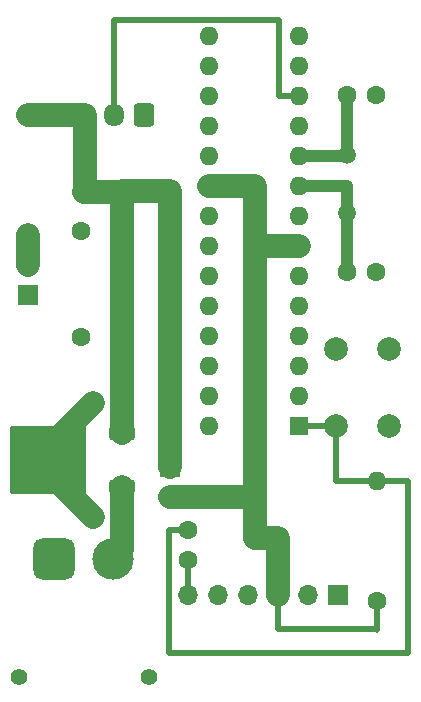
<source format=gbr>
%TF.GenerationSoftware,KiCad,Pcbnew,8.0.9-8.0.9-0~ubuntu24.04.1*%
%TF.CreationDate,2025-04-23T22:26:12+09:00*%
%TF.ProjectId,LedController,4c656443-6f6e-4747-926f-6c6c65722e6b,rev?*%
%TF.SameCoordinates,Original*%
%TF.FileFunction,Copper,L1,Top*%
%TF.FilePolarity,Positive*%
%FSLAX46Y46*%
G04 Gerber Fmt 4.6, Leading zero omitted, Abs format (unit mm)*
G04 Created by KiCad (PCBNEW 8.0.9-8.0.9-0~ubuntu24.04.1) date 2025-04-23 22:26:12*
%MOMM*%
%LPD*%
G01*
G04 APERTURE LIST*
G04 Aperture macros list*
%AMRoundRect*
0 Rectangle with rounded corners*
0 $1 Rounding radius*
0 $2 $3 $4 $5 $6 $7 $8 $9 X,Y pos of 4 corners*
0 Add a 4 corners polygon primitive as box body*
4,1,4,$2,$3,$4,$5,$6,$7,$8,$9,$2,$3,0*
0 Add four circle primitives for the rounded corners*
1,1,$1+$1,$2,$3*
1,1,$1+$1,$4,$5*
1,1,$1+$1,$6,$7*
1,1,$1+$1,$8,$9*
0 Add four rect primitives between the rounded corners*
20,1,$1+$1,$2,$3,$4,$5,0*
20,1,$1+$1,$4,$5,$6,$7,0*
20,1,$1+$1,$6,$7,$8,$9,0*
20,1,$1+$1,$8,$9,$2,$3,0*%
G04 Aperture macros list end*
%TA.AperFunction,ComponentPad*%
%ADD10C,1.500000*%
%TD*%
%TA.AperFunction,ComponentPad*%
%ADD11C,2.000000*%
%TD*%
%TA.AperFunction,ComponentPad*%
%ADD12C,1.600000*%
%TD*%
%TA.AperFunction,SMDPad,CuDef*%
%ADD13RoundRect,0.250000X0.850000X0.350000X-0.850000X0.350000X-0.850000X-0.350000X0.850000X-0.350000X0*%
%TD*%
%TA.AperFunction,SMDPad,CuDef*%
%ADD14RoundRect,0.250000X1.275000X1.125000X-1.275000X1.125000X-1.275000X-1.125000X1.275000X-1.125000X0*%
%TD*%
%TA.AperFunction,SMDPad,CuDef*%
%ADD15RoundRect,0.249997X2.950003X2.650003X-2.950003X2.650003X-2.950003X-2.650003X2.950003X-2.650003X0*%
%TD*%
%TA.AperFunction,ComponentPad*%
%ADD16RoundRect,0.250000X0.600000X0.725000X-0.600000X0.725000X-0.600000X-0.725000X0.600000X-0.725000X0*%
%TD*%
%TA.AperFunction,ComponentPad*%
%ADD17O,1.700000X1.950000*%
%TD*%
%TA.AperFunction,ComponentPad*%
%ADD18C,3.500000*%
%TD*%
%TA.AperFunction,ComponentPad*%
%ADD19RoundRect,0.770000X0.980000X0.980000X-0.980000X0.980000X-0.980000X-0.980000X0.980000X-0.980000X0*%
%TD*%
%TA.AperFunction,ComponentPad*%
%ADD20C,1.400000*%
%TD*%
%TA.AperFunction,ComponentPad*%
%ADD21O,1.600000X1.600000*%
%TD*%
%TA.AperFunction,ComponentPad*%
%ADD22R,1.700000X1.700000*%
%TD*%
%TA.AperFunction,ComponentPad*%
%ADD23O,1.700000X1.700000*%
%TD*%
%TA.AperFunction,ComponentPad*%
%ADD24R,1.600000X1.600000*%
%TD*%
%TA.AperFunction,ComponentPad*%
%ADD25R,1.800000X1.800000*%
%TD*%
%TA.AperFunction,ComponentPad*%
%ADD26C,1.800000*%
%TD*%
%TA.AperFunction,Conductor*%
%ADD27C,1.000000*%
%TD*%
%TA.AperFunction,Conductor*%
%ADD28C,0.500000*%
%TD*%
%TA.AperFunction,Conductor*%
%ADD29C,2.000000*%
%TD*%
G04 APERTURE END LIST*
D10*
%TO.P,Y1,1,1*%
%TO.N,Net-(U2-XTAL1{slash}PB6)*%
X79050000Y-67125000D03*
%TO.P,Y1,2,2*%
%TO.N,Net-(U2-XTAL2{slash}PB7)*%
X79050000Y-62225000D03*
%TD*%
D11*
%TO.P,SW1,1,1*%
%TO.N,Net-(U2-~{RESET}{slash}PC6)*%
X78100000Y-85100000D03*
X78100000Y-78600000D03*
%TO.P,SW1,2,2*%
%TO.N,GND*%
X82600000Y-85100000D03*
X82600000Y-78600000D03*
%TD*%
D12*
%TO.P,0.1\u03BCF,1*%
%TO.N,Net-(U2-~{RESET}{slash}PC6)*%
X65600000Y-93975000D03*
%TO.P,0.1\u03BCF,2*%
%TO.N,Net-(J1-Pin_6)*%
X65600000Y-96475000D03*
%TD*%
D13*
%TO.P,U1,1,VI*%
%TO.N,batt_in*%
X60040000Y-90280000D03*
D14*
%TO.P,U1,2,GND*%
%TO.N,GND*%
X55415000Y-89525000D03*
X55415000Y-86475000D03*
D15*
X53740000Y-88000000D03*
D14*
X52065000Y-89525000D03*
X52065000Y-86475000D03*
D13*
%TO.P,U1,3,VO*%
%TO.N,+5V*%
X60040000Y-85720000D03*
%TD*%
D16*
%TO.P,GND,1,Pin_1*%
%TO.N,GND*%
X61850000Y-58775000D03*
D17*
%TO.P,GND,2,Pin_2*%
%TO.N,signal*%
X59350000Y-58775000D03*
%TO.P,GND,3,Pin_3*%
%TO.N,+5V*%
X56850000Y-58775000D03*
%TD*%
D18*
%TO.P,J3,2,Pin_2*%
%TO.N,batt_in*%
X59300000Y-96385000D03*
D19*
%TO.P,J3,1,Pin_1*%
%TO.N,GND*%
X54300000Y-96385000D03*
D20*
%TO.P,J3,*%
%TO.N,*%
X51300000Y-106385000D03*
X62300000Y-106385000D03*
%TD*%
D12*
%TO.P,330,1*%
%TO.N,+5V*%
X52050000Y-58795000D03*
D21*
%TO.P,330,2*%
%TO.N,Net-(D1-A)*%
X52050000Y-68955000D03*
%TD*%
D12*
%TO.P,C5,1*%
%TO.N,+5V*%
X60050000Y-68650000D03*
%TO.P,C5,2*%
%TO.N,GND*%
X56550000Y-68650000D03*
%TD*%
%TO.P,22pF,1*%
%TO.N,Net-(U2-XTAL2{slash}PB7)*%
X79050000Y-57125000D03*
%TO.P,22pF,2*%
%TO.N,GND*%
X81550000Y-57125000D03*
%TD*%
%TO.P,C7,1*%
%TO.N,+5V*%
X60050000Y-77600000D03*
%TO.P,C7,2*%
%TO.N,GND*%
X56550000Y-77600000D03*
%TD*%
%TO.P,0.33\u03BCF,1*%
%TO.N,batt_in*%
X60040000Y-92800000D03*
%TO.P,0.33\u03BCF,2*%
%TO.N,GND*%
X57540000Y-92800000D03*
%TD*%
D22*
%TO.P,J1,1,Pin_1*%
%TO.N,GND*%
X78340000Y-99420000D03*
D23*
%TO.P,J1,2,Pin_2*%
%TO.N,unconnected-(J1-Pin_2-Pad2)*%
X75800000Y-99420000D03*
%TO.P,J1,3,Pin_3*%
%TO.N,VCC*%
X73260000Y-99420000D03*
%TO.P,J1,4,Pin_4*%
%TO.N,Net-(J1-Pin_4)*%
X70720000Y-99420000D03*
%TO.P,J1,5,Pin_5*%
%TO.N,Net-(J1-Pin_5)*%
X68180000Y-99420000D03*
%TO.P,J1,6,Pin_6*%
%TO.N,Net-(J1-Pin_6)*%
X65640000Y-99420000D03*
%TD*%
D12*
%TO.P,22pF,1*%
%TO.N,Net-(U2-XTAL1{slash}PB6)*%
X79050000Y-72125000D03*
%TO.P,22pF,2*%
%TO.N,GND*%
X81550000Y-72125000D03*
%TD*%
D24*
%TO.P,U2,1,~{RESET}/PC6*%
%TO.N,Net-(U2-~{RESET}{slash}PC6)*%
X74995000Y-85100000D03*
D21*
%TO.P,U2,2,PD0*%
%TO.N,Net-(J1-Pin_4)*%
X74995000Y-82560000D03*
%TO.P,U2,3,PD1*%
%TO.N,Net-(J1-Pin_5)*%
X74995000Y-80020000D03*
%TO.P,U2,4,PD2*%
%TO.N,unconnected-(U2-PD2-Pad4)*%
X74995000Y-77480000D03*
%TO.P,U2,5,PD3*%
%TO.N,unconnected-(U2-PD3-Pad5)*%
X74995000Y-74940000D03*
%TO.P,U2,6,PD4*%
%TO.N,unconnected-(U2-PD4-Pad6)*%
X74995000Y-72400000D03*
%TO.P,U2,7,VCC*%
%TO.N,VCC*%
X74995000Y-69860000D03*
%TO.P,U2,8,GND*%
%TO.N,GND*%
X74995000Y-67320000D03*
%TO.P,U2,9,XTAL1/PB6*%
%TO.N,Net-(U2-XTAL1{slash}PB6)*%
X74995000Y-64780000D03*
%TO.P,U2,10,XTAL2/PB7*%
%TO.N,Net-(U2-XTAL2{slash}PB7)*%
X74995000Y-62240000D03*
%TO.P,U2,11,PD5*%
%TO.N,unconnected-(U2-PD5-Pad11)*%
X74995000Y-59700000D03*
%TO.P,U2,12,PD6*%
%TO.N,signal*%
X74995000Y-57160000D03*
%TO.P,U2,13,PD7*%
%TO.N,unconnected-(U2-PD7-Pad13)*%
X74995000Y-54620000D03*
%TO.P,U2,14,PB0*%
%TO.N,unconnected-(U2-PB0-Pad14)*%
X74995000Y-52080000D03*
%TO.P,U2,15,PB1*%
%TO.N,unconnected-(U2-PB1-Pad15)*%
X67375000Y-52080000D03*
%TO.P,U2,16,PB2*%
%TO.N,unconnected-(U2-PB2-Pad16)*%
X67375000Y-54620000D03*
%TO.P,U2,17,PB3*%
%TO.N,unconnected-(U2-PB3-Pad17)*%
X67375000Y-57160000D03*
%TO.P,U2,18,PB4*%
%TO.N,unconnected-(U2-PB4-Pad18)*%
X67375000Y-59700000D03*
%TO.P,U2,19,PB5*%
%TO.N,unconnected-(U2-PB5-Pad19)*%
X67375000Y-62240000D03*
%TO.P,U2,20,AVCC*%
%TO.N,VCC*%
X67375000Y-64780000D03*
%TO.P,U2,21,AREF*%
%TO.N,unconnected-(U2-AREF-Pad21)*%
X67375000Y-67320000D03*
%TO.P,U2,22,GND*%
%TO.N,GND*%
X67375000Y-69860000D03*
%TO.P,U2,23,PC0*%
%TO.N,unconnected-(U2-PC0-Pad23)*%
X67375000Y-72400000D03*
%TO.P,U2,24,PC1*%
%TO.N,unconnected-(U2-PC1-Pad24)*%
X67375000Y-74940000D03*
%TO.P,U2,25,PC2*%
%TO.N,unconnected-(U2-PC2-Pad25)*%
X67375000Y-77480000D03*
%TO.P,U2,26,PC3*%
%TO.N,unconnected-(U2-PC3-Pad26)*%
X67375000Y-80020000D03*
%TO.P,U2,27,PC4*%
%TO.N,unconnected-(U2-PC4-Pad27)*%
X67375000Y-82560000D03*
%TO.P,U2,28,PC5*%
%TO.N,unconnected-(U2-PC5-Pad28)*%
X67375000Y-85100000D03*
%TD*%
D12*
%TO.P,0.1\u03BCF,1*%
%TO.N,+5V*%
X60040000Y-83200000D03*
%TO.P,0.1\u03BCF,2*%
%TO.N,GND*%
X57540000Y-83200000D03*
%TD*%
%TO.P,10k\u03A9,1*%
%TO.N,VCC*%
X81650000Y-99935000D03*
D21*
%TO.P,10k\u03A9,2*%
%TO.N,Net-(U2-~{RESET}{slash}PC6)*%
X81650000Y-89775000D03*
%TD*%
D22*
%TO.P,J4,1,Pin_1*%
%TO.N,+5V*%
X64100000Y-88575000D03*
D23*
%TO.P,J4,2,Pin_2*%
%TO.N,VCC*%
X64100000Y-91115000D03*
%TD*%
D25*
%TO.P,+5V,1,K*%
%TO.N,GND*%
X52050000Y-74040000D03*
D26*
%TO.P,+5V,2,A*%
%TO.N,Net-(D1-A)*%
X52050000Y-71500000D03*
%TD*%
D27*
%TO.N,Net-(U2-XTAL2{slash}PB7)*%
X79050000Y-57125000D02*
X79050000Y-62225000D01*
%TO.N,Net-(U2-XTAL1{slash}PB6)*%
X79050000Y-67125000D02*
X79050000Y-72125000D01*
X79050000Y-64775000D02*
X79050000Y-67125000D01*
X79045000Y-64780000D02*
X79050000Y-64775000D01*
X74995000Y-64780000D02*
X79045000Y-64780000D01*
D28*
X78665000Y-67125000D02*
X79050000Y-67125000D01*
D29*
%TO.N,GND*%
X53740000Y-89000000D02*
X57540000Y-92800000D01*
X53740000Y-88000000D02*
X53740000Y-87000000D01*
X53740000Y-87000000D02*
X57540000Y-83200000D01*
X53740000Y-88000000D02*
X53740000Y-89000000D01*
D27*
%TO.N,Net-(U2-XTAL2{slash}PB7)*%
X74995000Y-62240000D02*
X79035000Y-62240000D01*
X79035000Y-62240000D02*
X79050000Y-62225000D01*
D28*
%TO.N,Net-(U2-~{RESET}{slash}PC6)*%
X84250000Y-104325000D02*
X84250000Y-89775000D01*
X81650000Y-89775000D02*
X78125000Y-89775000D01*
X78125000Y-89775000D02*
X78100000Y-89800000D01*
X64000000Y-104325000D02*
X84250000Y-104325000D01*
X84250000Y-89775000D02*
X81650000Y-89775000D01*
X63975000Y-104300000D02*
X64000000Y-104325000D01*
X74995000Y-85100000D02*
X78100000Y-85100000D01*
X65600000Y-93975000D02*
X64000000Y-93975000D01*
X78100000Y-89800000D02*
X78100000Y-85100000D01*
X64000000Y-93975000D02*
X63975000Y-94000000D01*
X63975000Y-94000000D02*
X63975000Y-104300000D01*
%TO.N,Net-(J1-Pin_6)*%
X65640000Y-99420000D02*
X65640000Y-96515000D01*
X65640000Y-96515000D02*
X65600000Y-96475000D01*
D29*
%TO.N,batt_in*%
X60040000Y-92800000D02*
X60040000Y-95645000D01*
X60040000Y-95645000D02*
X59300000Y-96385000D01*
X60040000Y-90280000D02*
X60040000Y-92800000D01*
D28*
%TO.N,VCC*%
X81650000Y-102375000D02*
X81650000Y-99935000D01*
D29*
X64100000Y-91115000D02*
X71240000Y-91115000D01*
X71275000Y-91150000D02*
X71275000Y-94600000D01*
D28*
X73260000Y-102340000D02*
X73250000Y-102350000D01*
D29*
X73250000Y-94600000D02*
X73260000Y-94610000D01*
X67375000Y-64780000D02*
X71270000Y-64780000D01*
X71270000Y-64780000D02*
X71275000Y-64775000D01*
D28*
X73260000Y-99420000D02*
X73260000Y-102340000D01*
X81625000Y-102350000D02*
X81650000Y-102375000D01*
X73250000Y-102350000D02*
X81625000Y-102350000D01*
D29*
X71275000Y-94600000D02*
X73250000Y-94600000D01*
X73260000Y-94610000D02*
X73260000Y-99420000D01*
X71310000Y-69860000D02*
X71275000Y-69825000D01*
X71275000Y-69825000D02*
X71275000Y-91150000D01*
X74995000Y-69860000D02*
X71310000Y-69860000D01*
X71240000Y-91115000D02*
X71275000Y-91150000D01*
X71275000Y-64775000D02*
X71275000Y-69825000D01*
%TO.N,+5V*%
X64075000Y-65250000D02*
X60050000Y-65250000D01*
X56850000Y-58775000D02*
X52070000Y-58775000D01*
X60050000Y-68650000D02*
X60050000Y-77600000D01*
X52070000Y-58775000D02*
X52050000Y-58795000D01*
X60040000Y-83200000D02*
X60040000Y-85720000D01*
X64100000Y-65275000D02*
X64075000Y-65250000D01*
X60050000Y-83190000D02*
X60040000Y-83200000D01*
X64100000Y-88575000D02*
X64100000Y-65275000D01*
X60050000Y-77600000D02*
X60050000Y-83190000D01*
X56825000Y-65300000D02*
X60000000Y-65300000D01*
X56850000Y-65275000D02*
X56825000Y-65300000D01*
X56850000Y-58775000D02*
X56850000Y-65275000D01*
X60050000Y-65250000D02*
X60050000Y-68650000D01*
X60050000Y-65250000D02*
X60000000Y-65300000D01*
%TO.N,Net-(D1-A)*%
X52050000Y-68955000D02*
X52050000Y-71500000D01*
D28*
%TO.N,signal*%
X73300000Y-50750000D02*
X59350000Y-50750000D01*
X59350000Y-50750000D02*
X59350000Y-58775000D01*
X73340000Y-57160000D02*
X73300000Y-57200000D01*
X73300000Y-57200000D02*
X73300000Y-50750000D01*
X74995000Y-57160000D02*
X73340000Y-57160000D01*
%TD*%
M02*

</source>
